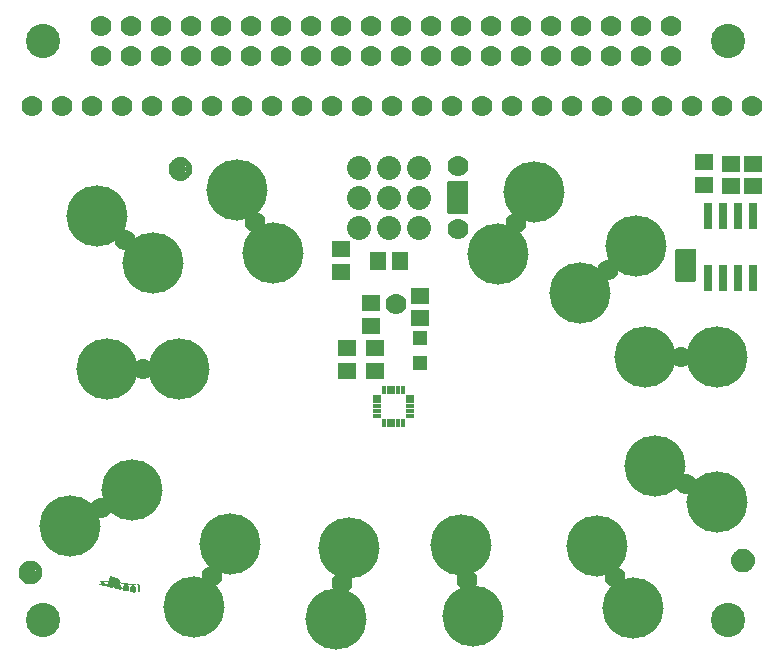
<source format=gbr>
G04 EAGLE Gerber RS-274X export*
G75*
%MOMM*%
%FSLAX34Y34*%
%LPD*%
%INSoldermask Top*%
%IPPOS*%
%AMOC8*
5,1,8,0,0,1.08239X$1,22.5*%
G01*
%ADD10C,2.901600*%
%ADD11C,1.778000*%
%ADD12R,0.701600X2.301600*%
%ADD13R,1.601600X1.401600*%
%ADD14R,1.701800X1.270000*%
%ADD15R,0.304800X0.736600*%
%ADD16R,0.025400X0.025400*%
%ADD17R,0.228600X0.025400*%
%ADD18R,0.355600X0.025400*%
%ADD19R,0.050800X0.025400*%
%ADD20R,0.406400X0.025400*%
%ADD21R,0.127000X0.025400*%
%ADD22R,0.457200X0.025400*%
%ADD23R,0.152400X0.025400*%
%ADD24R,0.482600X0.025400*%
%ADD25R,0.279400X0.025400*%
%ADD26R,0.508000X0.025400*%
%ADD27R,0.177800X0.025400*%
%ADD28R,0.431800X0.025400*%
%ADD29R,0.533400X0.025400*%
%ADD30R,0.203200X0.025400*%
%ADD31R,0.584200X0.025400*%
%ADD32R,0.558800X0.025400*%
%ADD33R,0.304800X0.025400*%
%ADD34R,0.609600X0.025400*%
%ADD35R,0.381000X0.025400*%
%ADD36R,0.330200X0.025400*%
%ADD37R,0.101600X0.025400*%
%ADD38R,0.254000X0.025400*%
%ADD39R,0.076200X0.025400*%
%ADD40R,0.801600X0.301600*%
%ADD41R,0.301600X0.801600*%
%ADD42R,1.401600X1.601600*%
%ADD43R,1.301600X1.301600*%
%ADD44C,5.181600*%
%ADD45C,1.101600*%
%ADD46C,0.500000*%
%ADD47C,2.032000*%

G36*
X393818Y365776D02*
X393818Y365776D01*
X393937Y365783D01*
X393975Y365796D01*
X394016Y365801D01*
X394126Y365844D01*
X394239Y365881D01*
X394274Y365903D01*
X394311Y365918D01*
X394407Y365988D01*
X394508Y366051D01*
X394536Y366081D01*
X394569Y366104D01*
X394645Y366196D01*
X394726Y366283D01*
X394746Y366318D01*
X394771Y366349D01*
X394822Y366457D01*
X394880Y366561D01*
X394890Y366601D01*
X394907Y366637D01*
X394929Y366754D01*
X394959Y366869D01*
X394963Y366930D01*
X394967Y366950D01*
X394965Y366970D01*
X394969Y367030D01*
X394969Y392430D01*
X394954Y392548D01*
X394947Y392667D01*
X394934Y392705D01*
X394929Y392746D01*
X394886Y392856D01*
X394849Y392969D01*
X394827Y393004D01*
X394812Y393041D01*
X394743Y393137D01*
X394679Y393238D01*
X394649Y393266D01*
X394626Y393299D01*
X394534Y393375D01*
X394447Y393456D01*
X394412Y393476D01*
X394381Y393501D01*
X394273Y393552D01*
X394169Y393610D01*
X394129Y393620D01*
X394093Y393637D01*
X393976Y393659D01*
X393861Y393689D01*
X393801Y393693D01*
X393781Y393697D01*
X393760Y393695D01*
X393700Y393699D01*
X378460Y393699D01*
X378342Y393684D01*
X378223Y393677D01*
X378185Y393664D01*
X378144Y393659D01*
X378034Y393616D01*
X377921Y393579D01*
X377886Y393557D01*
X377849Y393542D01*
X377753Y393473D01*
X377652Y393409D01*
X377624Y393379D01*
X377591Y393356D01*
X377516Y393264D01*
X377434Y393177D01*
X377414Y393142D01*
X377389Y393111D01*
X377338Y393003D01*
X377280Y392899D01*
X377270Y392859D01*
X377253Y392823D01*
X377231Y392706D01*
X377201Y392591D01*
X377197Y392531D01*
X377193Y392511D01*
X377194Y392499D01*
X377193Y392496D01*
X377194Y392483D01*
X377191Y392430D01*
X377191Y367030D01*
X377206Y366912D01*
X377213Y366793D01*
X377226Y366755D01*
X377231Y366714D01*
X377274Y366604D01*
X377311Y366491D01*
X377333Y366456D01*
X377348Y366419D01*
X377418Y366323D01*
X377481Y366222D01*
X377511Y366194D01*
X377534Y366161D01*
X377626Y366086D01*
X377713Y366004D01*
X377748Y365984D01*
X377779Y365959D01*
X377887Y365908D01*
X377991Y365850D01*
X378031Y365840D01*
X378067Y365823D01*
X378184Y365801D01*
X378299Y365771D01*
X378360Y365767D01*
X378380Y365763D01*
X378400Y365765D01*
X378460Y365761D01*
X393700Y365761D01*
X393818Y365776D01*
G37*
G36*
X586858Y308626D02*
X586858Y308626D01*
X586977Y308633D01*
X587015Y308646D01*
X587056Y308651D01*
X587166Y308694D01*
X587279Y308731D01*
X587314Y308753D01*
X587351Y308768D01*
X587447Y308838D01*
X587548Y308901D01*
X587576Y308931D01*
X587609Y308954D01*
X587685Y309046D01*
X587766Y309133D01*
X587786Y309168D01*
X587811Y309199D01*
X587862Y309307D01*
X587920Y309411D01*
X587930Y309451D01*
X587947Y309487D01*
X587969Y309604D01*
X587999Y309719D01*
X588003Y309780D01*
X588007Y309800D01*
X588005Y309820D01*
X588009Y309880D01*
X588009Y335280D01*
X587994Y335398D01*
X587987Y335517D01*
X587974Y335555D01*
X587969Y335596D01*
X587926Y335706D01*
X587889Y335819D01*
X587867Y335854D01*
X587852Y335891D01*
X587783Y335987D01*
X587719Y336088D01*
X587689Y336116D01*
X587666Y336149D01*
X587574Y336225D01*
X587487Y336306D01*
X587452Y336326D01*
X587421Y336351D01*
X587313Y336402D01*
X587209Y336460D01*
X587169Y336470D01*
X587133Y336487D01*
X587016Y336509D01*
X586901Y336539D01*
X586841Y336543D01*
X586821Y336547D01*
X586800Y336545D01*
X586740Y336549D01*
X571500Y336549D01*
X571382Y336534D01*
X571263Y336527D01*
X571225Y336514D01*
X571184Y336509D01*
X571074Y336466D01*
X570961Y336429D01*
X570926Y336407D01*
X570889Y336392D01*
X570793Y336323D01*
X570692Y336259D01*
X570664Y336229D01*
X570631Y336206D01*
X570556Y336114D01*
X570474Y336027D01*
X570454Y335992D01*
X570429Y335961D01*
X570378Y335853D01*
X570320Y335749D01*
X570310Y335709D01*
X570293Y335673D01*
X570271Y335556D01*
X570241Y335441D01*
X570237Y335381D01*
X570233Y335361D01*
X570234Y335349D01*
X570233Y335346D01*
X570234Y335333D01*
X570231Y335280D01*
X570231Y309880D01*
X570246Y309762D01*
X570253Y309643D01*
X570266Y309605D01*
X570271Y309564D01*
X570314Y309454D01*
X570351Y309341D01*
X570373Y309306D01*
X570388Y309269D01*
X570458Y309173D01*
X570521Y309072D01*
X570551Y309044D01*
X570574Y309011D01*
X570666Y308936D01*
X570753Y308854D01*
X570788Y308834D01*
X570819Y308809D01*
X570927Y308758D01*
X571031Y308700D01*
X571071Y308690D01*
X571107Y308673D01*
X571224Y308651D01*
X571339Y308621D01*
X571400Y308617D01*
X571420Y308613D01*
X571440Y308615D01*
X571500Y308611D01*
X586740Y308611D01*
X586858Y308626D01*
G37*
D10*
X35000Y22300D03*
X35000Y512300D03*
X615000Y512300D03*
X615000Y22300D03*
D11*
X83700Y499600D03*
X83700Y525000D03*
X109100Y499600D03*
X109100Y525000D03*
X134500Y499600D03*
X134500Y525000D03*
X159900Y499600D03*
X159900Y525000D03*
X185300Y499600D03*
X185300Y525000D03*
X210700Y499600D03*
X210700Y525000D03*
X236100Y499600D03*
X236100Y525000D03*
X261500Y499600D03*
X261500Y525000D03*
X286900Y499600D03*
X286900Y525000D03*
X312300Y499600D03*
X312300Y525000D03*
X337700Y499600D03*
X337700Y525000D03*
X363100Y499600D03*
X363100Y525000D03*
X388500Y499600D03*
X388500Y525000D03*
X413900Y499600D03*
X413900Y525000D03*
X439300Y499600D03*
X439300Y525000D03*
X464700Y499600D03*
X464700Y525000D03*
X490100Y499600D03*
X490100Y525000D03*
X515500Y499600D03*
X515500Y525000D03*
X540900Y499600D03*
X540900Y525000D03*
X566300Y499600D03*
X566300Y525000D03*
X25400Y457200D03*
X50800Y457200D03*
X76200Y457200D03*
X101600Y457200D03*
X127000Y457200D03*
X152400Y457200D03*
X177800Y457200D03*
X203200Y457200D03*
X228600Y457200D03*
X254000Y457200D03*
X279400Y457200D03*
X304800Y457200D03*
X330200Y457200D03*
X355600Y457200D03*
X381000Y457200D03*
X406400Y457200D03*
X431800Y457200D03*
X457200Y457200D03*
X482600Y457200D03*
X508000Y457200D03*
X533400Y457200D03*
X558800Y457200D03*
X584200Y457200D03*
X609600Y457200D03*
X635000Y457200D03*
D12*
X610870Y311820D03*
X610870Y363820D03*
X598170Y311820D03*
X623570Y311820D03*
X636270Y311820D03*
X598170Y363820D03*
X623570Y363820D03*
X636270Y363820D03*
D13*
X636270Y389280D03*
X636270Y408280D03*
X617220Y389280D03*
X617220Y408280D03*
X594360Y409550D03*
X594360Y390550D03*
D14*
X579120Y314960D03*
X579120Y330200D03*
D15*
X579120Y322580D03*
D16*
X112268Y44958D03*
D17*
X111760Y45212D03*
D18*
X111125Y45466D03*
D19*
X116205Y45466D03*
D20*
X111125Y45720D03*
D21*
X116078Y45720D03*
D22*
X111125Y45974D03*
D23*
X115951Y45974D03*
X106045Y46228D03*
D24*
X111252Y46228D03*
D23*
X115951Y46228D03*
D25*
X105664Y46482D03*
D26*
X111125Y46482D03*
D27*
X115824Y46482D03*
D28*
X105156Y46736D03*
D29*
X111252Y46736D03*
D27*
X115824Y46736D03*
D29*
X104648Y46990D03*
X111252Y46990D03*
D30*
X115697Y46990D03*
D31*
X104648Y47244D03*
D29*
X111252Y47244D03*
D30*
X115697Y47244D03*
D19*
X99949Y47498D03*
D31*
X104648Y47498D03*
D32*
X111125Y47498D03*
D30*
X115697Y47498D03*
D27*
X99568Y47752D03*
D31*
X104648Y47752D03*
D32*
X111125Y47752D03*
D30*
X115697Y47752D03*
D33*
X99187Y48006D03*
D31*
X104648Y48006D03*
D32*
X111125Y48006D03*
D30*
X115697Y48006D03*
D28*
X98552Y48260D03*
D34*
X104521Y48260D03*
D29*
X111252Y48260D03*
D30*
X115697Y48260D03*
D32*
X98171Y48514D03*
D31*
X104648Y48514D03*
D29*
X111252Y48514D03*
D30*
X115697Y48514D03*
D31*
X98044Y48768D03*
X104648Y48768D03*
D26*
X111125Y48768D03*
D30*
X115697Y48768D03*
D19*
X93599Y49022D03*
D34*
X97917Y49022D03*
D31*
X104648Y49022D03*
D24*
X111252Y49022D03*
D30*
X115697Y49022D03*
D27*
X93218Y49276D03*
D24*
X98552Y49276D03*
D31*
X104648Y49276D03*
D22*
X111125Y49276D03*
D30*
X115697Y49276D03*
D17*
X92456Y49530D03*
D20*
X98933Y49530D03*
D29*
X104648Y49530D03*
D28*
X111252Y49530D03*
D27*
X115824Y49530D03*
X95250Y49784D03*
D25*
X91694Y49784D03*
D18*
X99187Y49784D03*
D29*
X104648Y49784D03*
D35*
X111252Y49784D03*
D27*
X115824Y49784D03*
D33*
X95377Y50038D03*
D36*
X90932Y50038D03*
X99314Y50038D03*
D24*
X104648Y50038D03*
D36*
X111252Y50038D03*
D23*
X115951Y50038D03*
D20*
X95123Y50292D03*
D35*
X90424Y50292D03*
D36*
X99314Y50292D03*
D28*
X104648Y50292D03*
D25*
X111252Y50292D03*
D23*
X115951Y50292D03*
D20*
X95377Y50546D03*
D19*
X87503Y50546D03*
D35*
X90424Y50546D03*
D23*
X99949Y50546D03*
D35*
X104648Y50546D03*
D27*
X111252Y50546D03*
D21*
X116078Y50546D03*
D20*
X95123Y50800D03*
D23*
X86995Y50800D03*
D18*
X90297Y50800D03*
D21*
X100076Y50800D03*
D36*
X104648Y50800D03*
D19*
X116205Y50800D03*
D22*
X94869Y51054D03*
D37*
X98425Y51054D03*
D38*
X86487Y51054D03*
D36*
X90170Y51054D03*
D39*
X100076Y51054D03*
D17*
X104648Y51054D03*
D24*
X94742Y51308D03*
D23*
X98425Y51308D03*
D18*
X85725Y51308D03*
D33*
X90043Y51308D03*
D16*
X100076Y51308D03*
D39*
X104648Y51308D03*
D22*
X94615Y51562D03*
D27*
X98552Y51562D03*
D28*
X110998Y51562D03*
D19*
X114935Y51562D03*
D22*
X85217Y51562D03*
D25*
X90170Y51562D03*
D22*
X94615Y51816D03*
D17*
X98552Y51816D03*
D31*
X108712Y51816D03*
D22*
X85217Y51816D03*
D38*
X90297Y51816D03*
D22*
X94361Y52070D03*
D17*
X98552Y52070D03*
D26*
X106299Y52070D03*
D16*
X116078Y52070D03*
D28*
X85090Y52070D03*
D17*
X90170Y52070D03*
D24*
X94234Y52324D03*
D38*
X98425Y52324D03*
D24*
X104140Y52324D03*
D20*
X85217Y52324D03*
D30*
X90297Y52324D03*
D24*
X93980Y52578D03*
D33*
X98425Y52578D03*
D20*
X102489Y52578D03*
D18*
X85217Y52578D03*
D23*
X90297Y52578D03*
D28*
X94234Y52832D03*
D33*
X98425Y52832D03*
D17*
X101600Y52832D03*
D33*
X85217Y52832D03*
D37*
X90551Y52832D03*
D28*
X93980Y53086D03*
D36*
X98298Y53086D03*
D19*
X100711Y53086D03*
D38*
X85217Y53086D03*
D19*
X90805Y53086D03*
D22*
X93853Y53340D03*
D18*
X98171Y53340D03*
D23*
X85217Y53340D03*
D22*
X93599Y53594D03*
D18*
X98171Y53594D03*
D16*
X83566Y53848D03*
X84074Y53848D03*
D30*
X89535Y53848D03*
D28*
X93472Y53848D03*
D35*
X98044Y53848D03*
D34*
X87503Y54102D03*
D35*
X93472Y54102D03*
X97790Y54102D03*
X93472Y54356D03*
D20*
X97663Y54356D03*
D35*
X93218Y54610D03*
D20*
X97663Y54610D03*
D18*
X93091Y54864D03*
D35*
X97282Y54864D03*
D16*
X99568Y54864D03*
X91186Y55118D03*
D36*
X93218Y55118D03*
D35*
X97028Y55118D03*
D33*
X93091Y55372D03*
D20*
X96901Y55372D03*
D33*
X92837Y55626D03*
D28*
X96774Y55626D03*
D25*
X92710Y55880D03*
D35*
X96266Y55880D03*
D16*
X98806Y55880D03*
D30*
X92837Y56134D03*
D20*
X96139Y56134D03*
D32*
X94615Y56388D03*
D16*
X98044Y56388D03*
D31*
X94488Y56642D03*
D26*
X94107Y56896D03*
D16*
X97028Y56896D03*
X91694Y57150D03*
D28*
X94234Y57150D03*
D16*
X96774Y57150D03*
D36*
X93726Y57404D03*
D19*
X95885Y57404D03*
D17*
X93218Y57658D03*
D19*
X94869Y57658D03*
D37*
X92583Y57912D03*
D39*
X93726Y57912D03*
D16*
X92456Y58166D03*
D19*
X93345Y58166D03*
D40*
X317470Y203200D03*
X317470Y199200D03*
X317470Y195200D03*
X317470Y207200D03*
X317470Y211200D03*
D41*
X331470Y189200D03*
X335470Y189200D03*
X339470Y189200D03*
X327470Y189200D03*
X323470Y189200D03*
D40*
X345470Y203200D03*
X345470Y199200D03*
X345470Y195200D03*
X345470Y207200D03*
X345470Y211200D03*
D41*
X331470Y217200D03*
X335470Y217200D03*
X339470Y217200D03*
X327470Y217200D03*
X323470Y217200D03*
D42*
X337160Y326390D03*
X318160Y326390D03*
D13*
X316230Y233070D03*
X316230Y252070D03*
X292100Y252070D03*
X292100Y233070D03*
X312420Y271170D03*
X312420Y290170D03*
D43*
X354330Y239690D03*
X354330Y260690D03*
D13*
X354330Y277520D03*
X354330Y296520D03*
D44*
X229870Y333014D03*
X199390Y385806D03*
X127489Y324578D03*
X80791Y363762D03*
X88900Y234950D03*
X149860Y234950D03*
X57424Y101600D03*
X110216Y132080D03*
X162560Y33294D03*
X193040Y86086D03*
X282997Y23323D03*
X293583Y83357D03*
X398993Y25863D03*
X388407Y85897D03*
X534670Y32024D03*
X504190Y84816D03*
X605516Y121920D03*
X552724Y152400D03*
X544830Y245110D03*
X605790Y245110D03*
X489731Y299178D03*
X536429Y338362D03*
X420370Y331744D03*
X450850Y384536D03*
D45*
X151130Y403860D03*
D46*
X151130Y411360D02*
X150949Y411358D01*
X150768Y411351D01*
X150587Y411340D01*
X150406Y411325D01*
X150226Y411305D01*
X150046Y411281D01*
X149867Y411253D01*
X149689Y411220D01*
X149512Y411183D01*
X149335Y411142D01*
X149160Y411097D01*
X148985Y411047D01*
X148812Y410993D01*
X148641Y410935D01*
X148470Y410873D01*
X148302Y410806D01*
X148135Y410736D01*
X147969Y410662D01*
X147806Y410583D01*
X147645Y410501D01*
X147485Y410415D01*
X147328Y410325D01*
X147173Y410231D01*
X147020Y410134D01*
X146870Y410032D01*
X146722Y409928D01*
X146576Y409819D01*
X146434Y409708D01*
X146294Y409592D01*
X146157Y409474D01*
X146022Y409352D01*
X145891Y409227D01*
X145763Y409099D01*
X145638Y408968D01*
X145516Y408833D01*
X145398Y408696D01*
X145282Y408556D01*
X145171Y408414D01*
X145062Y408268D01*
X144958Y408120D01*
X144856Y407970D01*
X144759Y407817D01*
X144665Y407662D01*
X144575Y407505D01*
X144489Y407345D01*
X144407Y407184D01*
X144328Y407021D01*
X144254Y406855D01*
X144184Y406688D01*
X144117Y406520D01*
X144055Y406349D01*
X143997Y406178D01*
X143943Y406005D01*
X143893Y405830D01*
X143848Y405655D01*
X143807Y405478D01*
X143770Y405301D01*
X143737Y405123D01*
X143709Y404944D01*
X143685Y404764D01*
X143665Y404584D01*
X143650Y404403D01*
X143639Y404222D01*
X143632Y404041D01*
X143630Y403860D01*
X151130Y411360D02*
X151311Y411358D01*
X151492Y411351D01*
X151673Y411340D01*
X151854Y411325D01*
X152034Y411305D01*
X152214Y411281D01*
X152393Y411253D01*
X152571Y411220D01*
X152748Y411183D01*
X152925Y411142D01*
X153100Y411097D01*
X153275Y411047D01*
X153448Y410993D01*
X153619Y410935D01*
X153790Y410873D01*
X153958Y410806D01*
X154125Y410736D01*
X154291Y410662D01*
X154454Y410583D01*
X154615Y410501D01*
X154775Y410415D01*
X154932Y410325D01*
X155087Y410231D01*
X155240Y410134D01*
X155390Y410032D01*
X155538Y409928D01*
X155684Y409819D01*
X155826Y409708D01*
X155966Y409592D01*
X156103Y409474D01*
X156238Y409352D01*
X156369Y409227D01*
X156497Y409099D01*
X156622Y408968D01*
X156744Y408833D01*
X156862Y408696D01*
X156978Y408556D01*
X157089Y408414D01*
X157198Y408268D01*
X157302Y408120D01*
X157404Y407970D01*
X157501Y407817D01*
X157595Y407662D01*
X157685Y407505D01*
X157771Y407345D01*
X157853Y407184D01*
X157932Y407021D01*
X158006Y406855D01*
X158076Y406688D01*
X158143Y406520D01*
X158205Y406349D01*
X158263Y406178D01*
X158317Y406005D01*
X158367Y405830D01*
X158412Y405655D01*
X158453Y405478D01*
X158490Y405301D01*
X158523Y405123D01*
X158551Y404944D01*
X158575Y404764D01*
X158595Y404584D01*
X158610Y404403D01*
X158621Y404222D01*
X158628Y404041D01*
X158630Y403860D01*
X158628Y403679D01*
X158621Y403498D01*
X158610Y403317D01*
X158595Y403136D01*
X158575Y402956D01*
X158551Y402776D01*
X158523Y402597D01*
X158490Y402419D01*
X158453Y402242D01*
X158412Y402065D01*
X158367Y401890D01*
X158317Y401715D01*
X158263Y401542D01*
X158205Y401371D01*
X158143Y401200D01*
X158076Y401032D01*
X158006Y400865D01*
X157932Y400699D01*
X157853Y400536D01*
X157771Y400375D01*
X157685Y400215D01*
X157595Y400058D01*
X157501Y399903D01*
X157404Y399750D01*
X157302Y399600D01*
X157198Y399452D01*
X157089Y399306D01*
X156978Y399164D01*
X156862Y399024D01*
X156744Y398887D01*
X156622Y398752D01*
X156497Y398621D01*
X156369Y398493D01*
X156238Y398368D01*
X156103Y398246D01*
X155966Y398128D01*
X155826Y398012D01*
X155684Y397901D01*
X155538Y397792D01*
X155390Y397688D01*
X155240Y397586D01*
X155087Y397489D01*
X154932Y397395D01*
X154775Y397305D01*
X154615Y397219D01*
X154454Y397137D01*
X154291Y397058D01*
X154125Y396984D01*
X153958Y396914D01*
X153790Y396847D01*
X153619Y396785D01*
X153448Y396727D01*
X153275Y396673D01*
X153100Y396623D01*
X152925Y396578D01*
X152748Y396537D01*
X152571Y396500D01*
X152393Y396467D01*
X152214Y396439D01*
X152034Y396415D01*
X151854Y396395D01*
X151673Y396380D01*
X151492Y396369D01*
X151311Y396362D01*
X151130Y396360D01*
X150949Y396362D01*
X150768Y396369D01*
X150587Y396380D01*
X150406Y396395D01*
X150226Y396415D01*
X150046Y396439D01*
X149867Y396467D01*
X149689Y396500D01*
X149512Y396537D01*
X149335Y396578D01*
X149160Y396623D01*
X148985Y396673D01*
X148812Y396727D01*
X148641Y396785D01*
X148470Y396847D01*
X148302Y396914D01*
X148135Y396984D01*
X147969Y397058D01*
X147806Y397137D01*
X147645Y397219D01*
X147485Y397305D01*
X147328Y397395D01*
X147173Y397489D01*
X147020Y397586D01*
X146870Y397688D01*
X146722Y397792D01*
X146576Y397901D01*
X146434Y398012D01*
X146294Y398128D01*
X146157Y398246D01*
X146022Y398368D01*
X145891Y398493D01*
X145763Y398621D01*
X145638Y398752D01*
X145516Y398887D01*
X145398Y399024D01*
X145282Y399164D01*
X145171Y399306D01*
X145062Y399452D01*
X144958Y399600D01*
X144856Y399750D01*
X144759Y399903D01*
X144665Y400058D01*
X144575Y400215D01*
X144489Y400375D01*
X144407Y400536D01*
X144328Y400699D01*
X144254Y400865D01*
X144184Y401032D01*
X144117Y401200D01*
X144055Y401371D01*
X143997Y401542D01*
X143943Y401715D01*
X143893Y401890D01*
X143848Y402065D01*
X143807Y402242D01*
X143770Y402419D01*
X143737Y402597D01*
X143709Y402776D01*
X143685Y402956D01*
X143665Y403136D01*
X143650Y403317D01*
X143639Y403498D01*
X143632Y403679D01*
X143630Y403860D01*
D45*
X627380Y72390D03*
D46*
X627380Y79890D02*
X627199Y79888D01*
X627018Y79881D01*
X626837Y79870D01*
X626656Y79855D01*
X626476Y79835D01*
X626296Y79811D01*
X626117Y79783D01*
X625939Y79750D01*
X625762Y79713D01*
X625585Y79672D01*
X625410Y79627D01*
X625235Y79577D01*
X625062Y79523D01*
X624891Y79465D01*
X624720Y79403D01*
X624552Y79336D01*
X624385Y79266D01*
X624219Y79192D01*
X624056Y79113D01*
X623895Y79031D01*
X623735Y78945D01*
X623578Y78855D01*
X623423Y78761D01*
X623270Y78664D01*
X623120Y78562D01*
X622972Y78458D01*
X622826Y78349D01*
X622684Y78238D01*
X622544Y78122D01*
X622407Y78004D01*
X622272Y77882D01*
X622141Y77757D01*
X622013Y77629D01*
X621888Y77498D01*
X621766Y77363D01*
X621648Y77226D01*
X621532Y77086D01*
X621421Y76944D01*
X621312Y76798D01*
X621208Y76650D01*
X621106Y76500D01*
X621009Y76347D01*
X620915Y76192D01*
X620825Y76035D01*
X620739Y75875D01*
X620657Y75714D01*
X620578Y75551D01*
X620504Y75385D01*
X620434Y75218D01*
X620367Y75050D01*
X620305Y74879D01*
X620247Y74708D01*
X620193Y74535D01*
X620143Y74360D01*
X620098Y74185D01*
X620057Y74008D01*
X620020Y73831D01*
X619987Y73653D01*
X619959Y73474D01*
X619935Y73294D01*
X619915Y73114D01*
X619900Y72933D01*
X619889Y72752D01*
X619882Y72571D01*
X619880Y72390D01*
X627380Y79890D02*
X627561Y79888D01*
X627742Y79881D01*
X627923Y79870D01*
X628104Y79855D01*
X628284Y79835D01*
X628464Y79811D01*
X628643Y79783D01*
X628821Y79750D01*
X628998Y79713D01*
X629175Y79672D01*
X629350Y79627D01*
X629525Y79577D01*
X629698Y79523D01*
X629869Y79465D01*
X630040Y79403D01*
X630208Y79336D01*
X630375Y79266D01*
X630541Y79192D01*
X630704Y79113D01*
X630865Y79031D01*
X631025Y78945D01*
X631182Y78855D01*
X631337Y78761D01*
X631490Y78664D01*
X631640Y78562D01*
X631788Y78458D01*
X631934Y78349D01*
X632076Y78238D01*
X632216Y78122D01*
X632353Y78004D01*
X632488Y77882D01*
X632619Y77757D01*
X632747Y77629D01*
X632872Y77498D01*
X632994Y77363D01*
X633112Y77226D01*
X633228Y77086D01*
X633339Y76944D01*
X633448Y76798D01*
X633552Y76650D01*
X633654Y76500D01*
X633751Y76347D01*
X633845Y76192D01*
X633935Y76035D01*
X634021Y75875D01*
X634103Y75714D01*
X634182Y75551D01*
X634256Y75385D01*
X634326Y75218D01*
X634393Y75050D01*
X634455Y74879D01*
X634513Y74708D01*
X634567Y74535D01*
X634617Y74360D01*
X634662Y74185D01*
X634703Y74008D01*
X634740Y73831D01*
X634773Y73653D01*
X634801Y73474D01*
X634825Y73294D01*
X634845Y73114D01*
X634860Y72933D01*
X634871Y72752D01*
X634878Y72571D01*
X634880Y72390D01*
X634878Y72209D01*
X634871Y72028D01*
X634860Y71847D01*
X634845Y71666D01*
X634825Y71486D01*
X634801Y71306D01*
X634773Y71127D01*
X634740Y70949D01*
X634703Y70772D01*
X634662Y70595D01*
X634617Y70420D01*
X634567Y70245D01*
X634513Y70072D01*
X634455Y69901D01*
X634393Y69730D01*
X634326Y69562D01*
X634256Y69395D01*
X634182Y69229D01*
X634103Y69066D01*
X634021Y68905D01*
X633935Y68745D01*
X633845Y68588D01*
X633751Y68433D01*
X633654Y68280D01*
X633552Y68130D01*
X633448Y67982D01*
X633339Y67836D01*
X633228Y67694D01*
X633112Y67554D01*
X632994Y67417D01*
X632872Y67282D01*
X632747Y67151D01*
X632619Y67023D01*
X632488Y66898D01*
X632353Y66776D01*
X632216Y66658D01*
X632076Y66542D01*
X631934Y66431D01*
X631788Y66322D01*
X631640Y66218D01*
X631490Y66116D01*
X631337Y66019D01*
X631182Y65925D01*
X631025Y65835D01*
X630865Y65749D01*
X630704Y65667D01*
X630541Y65588D01*
X630375Y65514D01*
X630208Y65444D01*
X630040Y65377D01*
X629869Y65315D01*
X629698Y65257D01*
X629525Y65203D01*
X629350Y65153D01*
X629175Y65108D01*
X628998Y65067D01*
X628821Y65030D01*
X628643Y64997D01*
X628464Y64969D01*
X628284Y64945D01*
X628104Y64925D01*
X627923Y64910D01*
X627742Y64899D01*
X627561Y64892D01*
X627380Y64890D01*
X627199Y64892D01*
X627018Y64899D01*
X626837Y64910D01*
X626656Y64925D01*
X626476Y64945D01*
X626296Y64969D01*
X626117Y64997D01*
X625939Y65030D01*
X625762Y65067D01*
X625585Y65108D01*
X625410Y65153D01*
X625235Y65203D01*
X625062Y65257D01*
X624891Y65315D01*
X624720Y65377D01*
X624552Y65444D01*
X624385Y65514D01*
X624219Y65588D01*
X624056Y65667D01*
X623895Y65749D01*
X623735Y65835D01*
X623578Y65925D01*
X623423Y66019D01*
X623270Y66116D01*
X623120Y66218D01*
X622972Y66322D01*
X622826Y66431D01*
X622684Y66542D01*
X622544Y66658D01*
X622407Y66776D01*
X622272Y66898D01*
X622141Y67023D01*
X622013Y67151D01*
X621888Y67282D01*
X621766Y67417D01*
X621648Y67554D01*
X621532Y67694D01*
X621421Y67836D01*
X621312Y67982D01*
X621208Y68130D01*
X621106Y68280D01*
X621009Y68433D01*
X620915Y68588D01*
X620825Y68745D01*
X620739Y68905D01*
X620657Y69066D01*
X620578Y69229D01*
X620504Y69395D01*
X620434Y69562D01*
X620367Y69730D01*
X620305Y69901D01*
X620247Y70072D01*
X620193Y70245D01*
X620143Y70420D01*
X620098Y70595D01*
X620057Y70772D01*
X620020Y70949D01*
X619987Y71127D01*
X619959Y71306D01*
X619935Y71486D01*
X619915Y71666D01*
X619900Y71847D01*
X619889Y72028D01*
X619882Y72209D01*
X619880Y72390D01*
D45*
X24130Y62230D03*
D46*
X24130Y69730D02*
X23949Y69728D01*
X23768Y69721D01*
X23587Y69710D01*
X23406Y69695D01*
X23226Y69675D01*
X23046Y69651D01*
X22867Y69623D01*
X22689Y69590D01*
X22512Y69553D01*
X22335Y69512D01*
X22160Y69467D01*
X21985Y69417D01*
X21812Y69363D01*
X21641Y69305D01*
X21470Y69243D01*
X21302Y69176D01*
X21135Y69106D01*
X20969Y69032D01*
X20806Y68953D01*
X20645Y68871D01*
X20485Y68785D01*
X20328Y68695D01*
X20173Y68601D01*
X20020Y68504D01*
X19870Y68402D01*
X19722Y68298D01*
X19576Y68189D01*
X19434Y68078D01*
X19294Y67962D01*
X19157Y67844D01*
X19022Y67722D01*
X18891Y67597D01*
X18763Y67469D01*
X18638Y67338D01*
X18516Y67203D01*
X18398Y67066D01*
X18282Y66926D01*
X18171Y66784D01*
X18062Y66638D01*
X17958Y66490D01*
X17856Y66340D01*
X17759Y66187D01*
X17665Y66032D01*
X17575Y65875D01*
X17489Y65715D01*
X17407Y65554D01*
X17328Y65391D01*
X17254Y65225D01*
X17184Y65058D01*
X17117Y64890D01*
X17055Y64719D01*
X16997Y64548D01*
X16943Y64375D01*
X16893Y64200D01*
X16848Y64025D01*
X16807Y63848D01*
X16770Y63671D01*
X16737Y63493D01*
X16709Y63314D01*
X16685Y63134D01*
X16665Y62954D01*
X16650Y62773D01*
X16639Y62592D01*
X16632Y62411D01*
X16630Y62230D01*
X24130Y69730D02*
X24311Y69728D01*
X24492Y69721D01*
X24673Y69710D01*
X24854Y69695D01*
X25034Y69675D01*
X25214Y69651D01*
X25393Y69623D01*
X25571Y69590D01*
X25748Y69553D01*
X25925Y69512D01*
X26100Y69467D01*
X26275Y69417D01*
X26448Y69363D01*
X26619Y69305D01*
X26790Y69243D01*
X26958Y69176D01*
X27125Y69106D01*
X27291Y69032D01*
X27454Y68953D01*
X27615Y68871D01*
X27775Y68785D01*
X27932Y68695D01*
X28087Y68601D01*
X28240Y68504D01*
X28390Y68402D01*
X28538Y68298D01*
X28684Y68189D01*
X28826Y68078D01*
X28966Y67962D01*
X29103Y67844D01*
X29238Y67722D01*
X29369Y67597D01*
X29497Y67469D01*
X29622Y67338D01*
X29744Y67203D01*
X29862Y67066D01*
X29978Y66926D01*
X30089Y66784D01*
X30198Y66638D01*
X30302Y66490D01*
X30404Y66340D01*
X30501Y66187D01*
X30595Y66032D01*
X30685Y65875D01*
X30771Y65715D01*
X30853Y65554D01*
X30932Y65391D01*
X31006Y65225D01*
X31076Y65058D01*
X31143Y64890D01*
X31205Y64719D01*
X31263Y64548D01*
X31317Y64375D01*
X31367Y64200D01*
X31412Y64025D01*
X31453Y63848D01*
X31490Y63671D01*
X31523Y63493D01*
X31551Y63314D01*
X31575Y63134D01*
X31595Y62954D01*
X31610Y62773D01*
X31621Y62592D01*
X31628Y62411D01*
X31630Y62230D01*
X31628Y62049D01*
X31621Y61868D01*
X31610Y61687D01*
X31595Y61506D01*
X31575Y61326D01*
X31551Y61146D01*
X31523Y60967D01*
X31490Y60789D01*
X31453Y60612D01*
X31412Y60435D01*
X31367Y60260D01*
X31317Y60085D01*
X31263Y59912D01*
X31205Y59741D01*
X31143Y59570D01*
X31076Y59402D01*
X31006Y59235D01*
X30932Y59069D01*
X30853Y58906D01*
X30771Y58745D01*
X30685Y58585D01*
X30595Y58428D01*
X30501Y58273D01*
X30404Y58120D01*
X30302Y57970D01*
X30198Y57822D01*
X30089Y57676D01*
X29978Y57534D01*
X29862Y57394D01*
X29744Y57257D01*
X29622Y57122D01*
X29497Y56991D01*
X29369Y56863D01*
X29238Y56738D01*
X29103Y56616D01*
X28966Y56498D01*
X28826Y56382D01*
X28684Y56271D01*
X28538Y56162D01*
X28390Y56058D01*
X28240Y55956D01*
X28087Y55859D01*
X27932Y55765D01*
X27775Y55675D01*
X27615Y55589D01*
X27454Y55507D01*
X27291Y55428D01*
X27125Y55354D01*
X26958Y55284D01*
X26790Y55217D01*
X26619Y55155D01*
X26448Y55097D01*
X26275Y55043D01*
X26100Y54993D01*
X25925Y54948D01*
X25748Y54907D01*
X25571Y54870D01*
X25393Y54837D01*
X25214Y54809D01*
X25034Y54785D01*
X24854Y54765D01*
X24673Y54750D01*
X24492Y54739D01*
X24311Y54732D01*
X24130Y54730D01*
X23949Y54732D01*
X23768Y54739D01*
X23587Y54750D01*
X23406Y54765D01*
X23226Y54785D01*
X23046Y54809D01*
X22867Y54837D01*
X22689Y54870D01*
X22512Y54907D01*
X22335Y54948D01*
X22160Y54993D01*
X21985Y55043D01*
X21812Y55097D01*
X21641Y55155D01*
X21470Y55217D01*
X21302Y55284D01*
X21135Y55354D01*
X20969Y55428D01*
X20806Y55507D01*
X20645Y55589D01*
X20485Y55675D01*
X20328Y55765D01*
X20173Y55859D01*
X20020Y55956D01*
X19870Y56058D01*
X19722Y56162D01*
X19576Y56271D01*
X19434Y56382D01*
X19294Y56498D01*
X19157Y56616D01*
X19022Y56738D01*
X18891Y56863D01*
X18763Y56991D01*
X18638Y57122D01*
X18516Y57257D01*
X18398Y57394D01*
X18282Y57534D01*
X18171Y57676D01*
X18062Y57822D01*
X17958Y57970D01*
X17856Y58120D01*
X17759Y58273D01*
X17665Y58428D01*
X17575Y58585D01*
X17489Y58745D01*
X17407Y58906D01*
X17328Y59069D01*
X17254Y59235D01*
X17184Y59402D01*
X17117Y59570D01*
X17055Y59741D01*
X16997Y59912D01*
X16943Y60085D01*
X16893Y60260D01*
X16848Y60435D01*
X16807Y60612D01*
X16770Y60789D01*
X16737Y60967D01*
X16709Y61146D01*
X16685Y61326D01*
X16665Y61506D01*
X16650Y61687D01*
X16639Y61868D01*
X16632Y62049D01*
X16630Y62230D01*
D11*
X386080Y353060D03*
X386080Y406400D03*
D14*
X386080Y372110D03*
X386080Y387350D03*
D15*
X386080Y379730D03*
D11*
X435610Y358140D03*
X513080Y318770D03*
X575310Y245110D03*
X579120Y137160D03*
X519430Y58420D03*
X393700Y55880D03*
X288290Y53340D03*
X177800Y59690D03*
X83820Y116840D03*
X119380Y234950D03*
X104140Y344170D03*
X214630Y359410D03*
X334010Y289560D03*
D13*
X287020Y335890D03*
X287020Y316890D03*
D47*
X353060Y405130D03*
X327660Y405130D03*
X302260Y405130D03*
X302260Y379730D03*
X327660Y379730D03*
X353060Y379730D03*
X302260Y354330D03*
X327660Y354330D03*
X353060Y354330D03*
M02*

</source>
